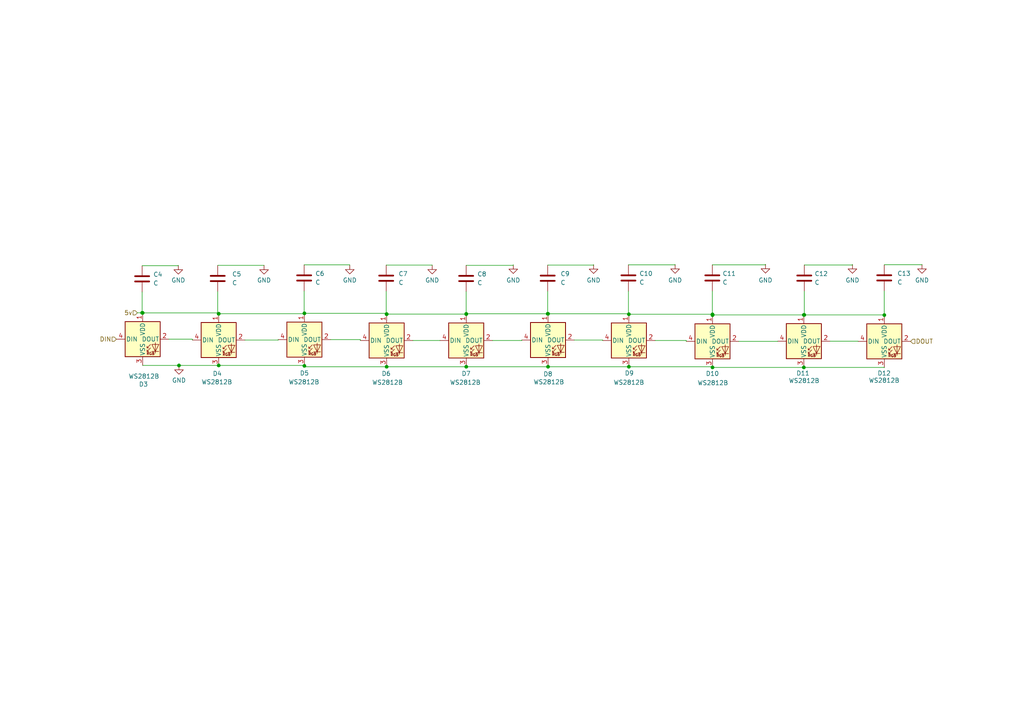
<source format=kicad_sch>
(kicad_sch (version 20230121) (generator eeschema)
  (paper "A4")
  (lib_symbols
    (symbol "Device:C" (pin_numbers hide) (pin_names (offset 0.254))
      (property "Reference" "C" (at 0.635 2.54 0))
      (property "Value" "C" (at 0.635 -2.54 0))
      (symbol "C_0_1"
        (polyline (pts (xy -2.032 -0.762) (xy 2.032 -0.762)) (stroke (width 0.508)))
        (polyline (pts (xy -2.032 0.762) (xy 2.032 0.762)) (stroke (width 0.508)))
      )
      (symbol "C_1_1"
        (pin passive line (at 0 3.81 270) (length 2.794) (name "~") (number "1"))
        (pin passive line (at 0 -3.81 90) (length 2.794) (name "~") (number "2"))
      )
    )
    (symbol "LED:WS2812B" (pin_names (offset 0.254))
      (property "Reference" "D" (at 5.08 5.715 0))
      (property "Value" "WS2812B" (at 1.27 -5.715 0))
      (symbol "WS2812B_0_0"
        (text "RGB" (at 2.286 -4.191 0) (effects (font (size 0.762 0.762))))
      )
      (symbol "WS2812B_0_1"
        (polyline (pts (xy 1.27 -3.556) (xy 1.778 -3.556)))
        (polyline (pts (xy 1.27 -2.54) (xy 1.778 -2.54)))
        (polyline (pts (xy 4.699 -3.556) (xy 2.667 -3.556)))
        (polyline (pts (xy 2.286 -2.54) (xy 1.27 -3.556) (xy 1.27 -3.048)))
        (polyline (pts (xy 2.286 -1.524) (xy 1.27 -2.54) (xy 1.27 -2.032)))
        (polyline (pts (xy 3.683 -1.016) (xy 3.683 -3.556) (xy 3.683 -4.064)))
        (polyline (pts (xy 4.699 -1.524) (xy 2.667 -1.524) (xy 3.683 -3.556) (xy 4.699 -1.524)))
        (rectangle (start 5.08 5.08) (end -5.08 -5.08) (stroke (width 0.254)) (fill (type background)))
      )
      (symbol "WS2812B_1_1"
        (pin power_in line (at 0 7.62 270) (length 2.54) (name "VDD") (number "1"))
        (pin output line (at 7.62 0 180) (length 2.54) (name "DOUT") (number "2"))
        (pin power_in line (at 0 -7.62 90) (length 2.54) (name "VSS") (number "3"))
        (pin input line (at -7.62 0 0) (length 2.54) (name "DIN") (number "4"))
      )
    )
    (symbol "power:GND" (power) (pin_names (offset 0))
      (property "Value" "GND" (at 0 -3.81 0))
      (symbol "GND_0_1"
        (polyline (pts (xy 0 0) (xy 0 -1.27) (xy 1.27 -1.27) (xy 0 -2.54) (xy -1.27 -1.27) (xy 0 -1.27)))
      )
      (symbol "GND_1_1"
        (pin power_in line (at 0 0 270) (length 0) hide (name "GND") (number "1"))
      )
    )
  )
  (junction (at 135.2296 106.3752))
  (junction (at 63.4238 105.9942))
  (junction (at 158.9532 106.3752))
  (junction (at 135.2296 91.0429))
  (junction (at 112.141 91.0987))
  (junction (at 182.3974 106.3752))
  (junction (at 158.8516 91.0082))
  (junction (at 63.4238 90.9913))
  (junction (at 182.3974 91.1352))
  (junction (at 41.2242 90.7288))
  (junction (at 135.2296 91.0987))
  (junction (at 112.141 106.3752))
  (junction (at 51.909 105.9942))
  (junction (at 233.2736 91.3384))
  (junction (at 233.1466 91.3384))
  (junction (at 41.3766 90.7542))
  (junction (at 256.4892 91.3892))
  (junction (at 206.6544 91.1921))
  (junction (at 63.4238 91.0082))
  (junction (at 206.6544 91.3892))
  (junction (at 112.141 91.1155))
  (junction (at 158.9532 91.0082))
  (junction (at 88.2904 90.8812))
  (junction (at 88.2904 106.1212))
  (junction (at 233.1466 106.5691))
  (junction (at 206.6798 91.3384))
  (junction (at 206.6544 106.5691))
  (wire (pts (xy 256.4892 91.3384) (xy 256.4892 91.3892)))
  (wire (pts (xy 41.3766 90.7542) (xy 63.4238 90.7542)))
  (wire (pts (xy 112.141 90.8812) (xy 112.141 91.0987)))
  (wire (pts (xy 166.5732 98.6282) (xy 174.7774 98.6282)))
  (wire (pts (xy 88.2904 90.8812) (xy 112.141 90.8812)))
  (wire (pts (xy 233.1466 106.5691) (xy 233.1466 106.5784)))
  (wire (pts (xy 55.8038 98.3742) (xy 55.8038 98.6282)))
  (wire (pts (xy 112.141 91.1155) (xy 112.141 91.1352)))
  (wire (pts (xy 71.0438 98.6282) (xy 80.6704 98.6282)))
  (wire (pts (xy 63.4238 90.9913) (xy 63.4238 91.0082)))
  (wire (pts (xy 148.8694 76.962) (xy 148.8694 76.7842)))
  (wire (pts (xy 41.2242 90.7288) (xy 41.2242 90.7542)))
  (wire (pts (xy 135.2042 76.962) (xy 148.8694 76.962)))
  (wire (pts (xy 41.2242 90.7288) (xy 41.2242 84.6836)))
  (wire (pts (xy 247.2436 76.8604) (xy 247.2436 76.7334)))
  (wire (pts (xy 206.6544 106.3752) (xy 206.6544 106.5691)))
  (wire (pts (xy 135.2296 106.3752) (xy 158.9532 106.3752)))
  (wire (pts (xy 158.8516 76.8858) (xy 172.1612 76.8858)))
  (wire (pts (xy 267.4112 76.7842) (xy 267.4112 76.7334)))
  (wire (pts (xy 135.2296 91.0082) (xy 158.8516 91.0082)))
  (wire (pts (xy 63.4238 90.7542) (xy 63.4238 90.9913)))
  (wire (pts (xy 88.2904 90.9913) (xy 88.2904 90.8812)))
  (wire (pts (xy 206.6544 106.5691) (xy 206.6544 106.6292)))
  (wire (pts (xy 222.0214 76.8096) (xy 222.0214 76.6826)))
  (wire (pts (xy 233.2736 76.8604) (xy 247.2436 76.8604)))
  (wire (pts (xy 51.7144 77.0636) (xy 51.7144 76.962)))
  (wire (pts (xy 158.9532 106.3752) (xy 158.9532 106.2482)))
  (wire (pts (xy 206.6544 91.1921) (xy 206.6544 91.3892)))
  (wire (pts (xy 182.3974 106.3752) (xy 206.6544 106.3752)))
  (wire (pts (xy 256.4638 91.3892) (xy 256.4892 91.3892)))
  (wire (pts (xy 88.2904 105.9942) (xy 88.2904 106.1212)))
  (wire (pts (xy 195.8086 76.8096) (xy 195.8086 76.7334)))
  (wire (pts (xy 135.2042 91.0429) (xy 135.2296 91.0429)))
  (wire (pts (xy 151.3332 98.7552) (xy 151.3332 98.6282)))
  (wire (pts (xy 182.3974 91.0082) (xy 182.3974 91.1352)))
  (wire (pts (xy 142.8496 98.7552) (xy 151.3332 98.7552)))
  (wire (pts (xy 256.4892 106.5691) (xy 256.4892 106.6292)))
  (wire (pts (xy 206.6036 91.1921) (xy 206.6544 91.1921)))
  (wire (pts (xy 104.521 98.5012) (xy 104.521 98.7552)))
  (wire (pts (xy 182.2704 76.8096) (xy 195.8086 76.8096)))
  (wire (pts (xy 112.141 91.0987) (xy 112.141 91.1155)))
  (wire (pts (xy 41.2242 90.7542) (xy 41.3766 90.7542)))
  (wire (pts (xy 88.2142 90.8812) (xy 88.2904 90.8812)))
  (wire (pts (xy 119.761 98.7552) (xy 127.6096 98.7552)))
  (wire (pts (xy 174.7774 98.6282) (xy 174.7774 98.7552)))
  (wire (pts (xy 112.014 84.5058) (xy 112.014 91.1155)))
  (wire (pts (xy 41.2242 77.0636) (xy 51.7144 77.0636)))
  (wire (pts (xy 88.2904 106.3752) (xy 112.141 106.3752)))
  (wire (pts (xy 206.6036 76.8096) (xy 222.0214 76.8096)))
  (wire (pts (xy 63.1444 84.582) (xy 63.1444 91.0082)))
  (wire (pts (xy 206.6798 91.3384) (xy 206.6798 91.6432)))
  (wire (pts (xy 214.2744 99.0092) (xy 225.5266 99.0092)))
  (wire (pts (xy 206.6544 106.5691) (xy 233.1466 106.5691)))
  (wire (pts (xy 225.5266 99.0092) (xy 225.5266 98.9584)))
  (wire (pts (xy 135.2296 91.0987) (xy 135.2296 91.0429)))
  (wire (pts (xy 199.0344 98.7552) (xy 199.0344 99.0092)))
  (wire (pts (xy 95.9104 98.5012) (xy 104.521 98.5012)))
  (wire (pts (xy 240.7666 98.9584) (xy 248.8692 98.9584)))
  (wire (pts (xy 112.014 91.1155) (xy 112.141 91.1155)))
  (wire (pts (xy 233.1466 91.3384) (xy 233.2736 91.3384)))
  (wire (pts (xy 112.141 106.3752) (xy 135.2296 106.3752)))
  (wire (pts (xy 158.9532 106.3752) (xy 182.3974 106.3752)))
  (wire (pts (xy 88.2904 106.1212) (xy 88.2904 106.3752)))
  (wire (pts (xy 39.8526 90.7288) (xy 41.2242 90.7288)))
  (wire (pts (xy 125.349 76.8858) (xy 125.349 76.9112)))
  (wire (pts (xy 80.6704 98.6282) (xy 80.6704 98.5012)))
  (wire (pts (xy 63.1444 76.962) (xy 76.581 76.962)))
  (wire (pts (xy 101.4476 76.8096) (xy 101.4476 76.9112)))
  (wire (pts (xy 256.4638 76.7842) (xy 267.4112 76.7842)))
  (wire (pts (xy 233.2736 84.4804) (xy 233.2736 91.3384)))
  (wire (pts (xy 190.0174 98.7552) (xy 199.0344 98.7552)))
  (wire (pts (xy 182.2704 91.1352) (xy 182.3974 91.1352)))
  (wire (pts (xy 233.1466 106.5691) (xy 256.4892 106.5691)))
  (wire (pts (xy 206.6798 91.186) (xy 206.6798 91.3384)))
  (wire (pts (xy 206.6036 84.4296) (xy 206.6036 91.1921)))
  (wire (pts (xy 48.9966 98.3742) (xy 55.8038 98.3742)))
  (wire (pts (xy 41.3766 105.9942) (xy 51.909 105.9942)))
  (wire (pts (xy 158.8516 84.5058) (xy 158.8516 91.0082)))
  (wire (pts (xy 206.6544 91.1352) (xy 206.6544 91.1921)))
  (wire (pts (xy 63.4238 105.9942) (xy 88.2904 105.9942)))
  (wire (pts (xy 172.1612 76.8858) (xy 172.1612 76.7842)))
  (wire (pts (xy 63.4238 105.9942) (xy 63.4238 106.2482)))
  (wire (pts (xy 158.8516 91.0082) (xy 158.9532 91.0082)))
  (wire (pts (xy 88.2142 76.8096) (xy 101.4476 76.8096)))
  (wire (pts (xy 63.1444 91.0082) (xy 63.4238 91.0082)))
  (wire (pts (xy 182.3974 91.1352) (xy 206.6544 91.1352)))
  (wire (pts (xy 182.2704 84.4296) (xy 182.2704 91.1352)))
  (wire (pts (xy 206.6798 91.6432) (xy 206.6544 91.6432)))
  (wire (pts (xy 63.4238 90.9913) (xy 88.2904 90.9913)))
  (wire (pts (xy 112.141 91.0987) (xy 135.2296 91.0987)))
  (wire (pts (xy 206.6798 91.3384) (xy 233.1466 91.3384)))
  (wire (pts (xy 135.2042 84.582) (xy 135.2042 91.0429)))
  (wire (pts (xy 88.2142 84.4296) (xy 88.2142 90.8812)))
  (wire (pts (xy 256.4638 84.4042) (xy 256.4638 91.3892)))
  (wire (pts (xy 248.8692 98.9584) (xy 248.8692 99.0092)))
  (wire (pts (xy 135.2296 91.0987) (xy 135.2296 91.1352)))
  (wire (pts (xy 158.9532 91.0082) (xy 182.3974 91.0082)))
  (wire (pts (xy 135.2296 91.0429) (xy 135.2296 91.0082)))
  (wire (pts (xy 206.6544 91.3892) (xy 206.6544 91.6432)))
  (wire (pts (xy 112.014 76.8858) (xy 125.349 76.8858)))
  (wire (pts (xy 233.2736 91.3384) (xy 256.4892 91.3384)))
  (wire (pts (xy 51.909 105.9942) (xy 63.4238 105.9942)))
  (hierarchical_label "DOUT" (shape input) (at 264.1092 99.0092 0))
  (hierarchical_label "DIN" (shape input) (at 33.7566 98.3742 180))
  (hierarchical_label "5v" (shape input) (at 39.8526 90.7288 180))
  (symbol (lib_id "LED:WS2812B") (at 112.141 98.7552 0) (unit 1)
    (property "Reference" "D6" (at 112.014 108.3564 0))
    (property "Value" "WS2812B" (at 112.395 110.9218 0))
    (property "Footprint" "LED_SMD:LED_WS2812B_PLCC4_5.0x5.0mm_P3.2mm" (effects hide))
    (property "Datasheet" "https://cdn-shop.adafruit.com/datasheets/WS2812B.pdf" (effects hide))
    (instances (project "Barra de luz" (path "" (reference "D6") (unit 1)) (path "" (reference "D6") (unit 1)) (path "" (reference "D16") (unit 1)) (path "" (reference "D26") (unit 1)) (path "" (reference "D36") (unit 1)) (path "" (reference "D46") (unit 1)) (path "" (reference "D56") (unit 1))))
  )
  (symbol (lib_id "LED:WS2812B") (at 41.3766 98.3742 0) (unit 1)
    (property "Reference" "D3" (at 41.6052 111.4552 0))
    (property "Value" "WS2812B" (at 41.7322 109.1438 0))
    (property "Footprint" "LED_SMD:LED_WS2812B_PLCC4_5.0x5.0mm_P3.2mm" (effects hide))
    (property "Datasheet" "https://cdn-shop.adafruit.com/datasheets/WS2812B.pdf" (effects hide))
    (instances (project "Barra de luz" (path "" (reference "D3") (unit 1)) (path "" (reference "D3") (unit 1)) (path "" (reference "D13") (unit 1)) (path "" (reference "D23") (unit 1)) (path "" (reference "D33") (unit 1)) (path "" (reference "D43") (unit 1)) (path "" (reference "D53") (unit 1))))
  )
  (symbol (lib_id "power:GND") (at 222.0214 76.6826 0) (unit 1)
    (property "Reference" "#PWR017" (effects hide))
    (property "Value" "GND" (at 222.0214 81.28 0))
    (instances (project "Barra de luz" (path "" (reference "#PWR017") (unit 1)) (path "" (reference "#PWR028") (unit 1)) (path "" (reference "#PWR039") (unit 1)) (path "" (reference "#PWR050") (unit 1)) (path "" (reference "#PWR061") (unit 1)) (path "" (reference "#PWR072") (unit 1))))
  )
  (symbol (lib_id "power:GND") (at 51.909 105.9942 0) (unit 1)
    (property "Reference" "#PWR010" (effects hide))
    (property "Value" "GND" (at 51.909 110.3122 0))
    (instances (project "Barra de luz" (path "" (reference "#PWR010") (unit 1)) (path "" (reference "#PWR021") (unit 1)) (path "" (reference "#PWR032") (unit 1)) (path "" (reference "#PWR043") (unit 1)) (path "" (reference "#PWR054") (unit 1)) (path "" (reference "#PWR065") (unit 1))))
  )
  (symbol (lib_id "power:GND") (at 148.8694 76.7842 0) (unit 1)
    (property "Reference" "#PWR014" (effects hide))
    (property "Value" "GND" (at 148.8694 81.28 0))
    (instances (project "Barra de luz" (path "" (reference "#PWR014") (unit 1)) (path "" (reference "#PWR025") (unit 1)) (path "" (reference "#PWR036") (unit 1)) (path "" (reference "#PWR047") (unit 1)) (path "" (reference "#PWR058") (unit 1)) (path "" (reference "#PWR069") (unit 1))))
  )
  (symbol (lib_id "LED:WS2812B") (at 206.6544 99.0092 0) (unit 1)
    (property "Reference" "D10" (at 206.629 108.3564 0))
    (property "Value" "WS2812B" (at 206.756 111.0488 0))
    (property "Footprint" "LED_SMD:LED_WS2812B_PLCC4_5.0x5.0mm_P3.2mm" (effects hide))
    (property "Datasheet" "https://cdn-shop.adafruit.com/datasheets/WS2812B.pdf" (effects hide))
    (instances (project "Barra de luz" (path "" (reference "D10") (unit 1)) (path "" (reference "D10") (unit 1)) (path "" (reference "D20") (unit 1)) (path "" (reference "D30") (unit 1)) (path "" (reference "D40") (unit 1)) (path "" (reference "D50") (unit 1)) (path "" (reference "D60") (unit 1))))
  )
  (symbol (lib_id "LED:WS2812B") (at 256.4892 99.0092 0) (unit 1)
    (property "Reference" "D12" (at 256.4384 108.2548 0))
    (property "Value" "WS2812B" (at 256.4384 110.3376 0))
    (property "Footprint" "LED_SMD:LED_WS2812B_PLCC4_5.0x5.0mm_P3.2mm" (effects hide))
    (property "Datasheet" "https://cdn-shop.adafruit.com/datasheets/WS2812B.pdf" (effects hide))
    (instances (project "Barra de luz" (path "" (reference "D12") (unit 1)) (path "" (reference "D12") (unit 1)) (path "" (reference "D22") (unit 1)) (path "" (reference "D32") (unit 1)) (path "" (reference "D42") (unit 1)) (path "" (reference "D52") (unit 1)) (path "" (reference "D62") (unit 1))))
  )
  (symbol (lib_id "LED:WS2812B") (at 182.3974 98.7552 0) (unit 1)
    (property "Reference" "D9" (at 182.5244 108.2294 0))
    (property "Value" "WS2812B" (at 182.3974 110.9218 0))
    (property "Footprint" "LED_SMD:LED_WS2812B_PLCC4_5.0x5.0mm_P3.2mm" (effects hide))
    (property "Datasheet" "https://cdn-shop.adafruit.com/datasheets/WS2812B.pdf" (effects hide))
    (instances (project "Barra de luz" (path "" (reference "D9") (unit 1)) (path "" (reference "D9") (unit 1)) (path "" (reference "D19") (unit 1)) (path "" (reference "D29") (unit 1)) (path "" (reference "D39") (unit 1)) (path "" (reference "D49") (unit 1)) (path "" (reference "D59") (unit 1))))
  )
  (symbol (lib_id "LED:WS2812B") (at 233.1466 98.9584 0) (unit 1)
    (property "Reference" "D11" (at 232.8926 108.2548 0))
    (property "Value" "WS2812B" (at 233.2228 110.4138 0))
    (property "Footprint" "LED_SMD:LED_WS2812B_PLCC4_5.0x5.0mm_P3.2mm" (effects hide))
    (property "Datasheet" "https://cdn-shop.adafruit.com/datasheets/WS2812B.pdf" (effects hide))
    (instances (project "Barra de luz" (path "" (reference "D11") (unit 1)) (path "" (reference "D11") (unit 1)) (path "" (reference "D21") (unit 1)) (path "" (reference "D31") (unit 1)) (path "" (reference "D41") (unit 1)) (path "" (reference "D51") (unit 1)) (path "" (reference "D61") (unit 1))))
  )
  (symbol (lib_id "power:GND") (at 51.7144 76.962 0) (unit 1)
    (property "Reference" "#PWR09" (effects hide))
    (property "Value" "GND" (at 51.7144 81.28 0))
    (instances (project "Barra de luz" (path "" (reference "#PWR09") (unit 1)) (path "" (reference "#PWR020") (unit 1)) (path "" (reference "#PWR031") (unit 1)) (path "" (reference "#PWR042") (unit 1)) (path "" (reference "#PWR053") (unit 1)) (path "" (reference "#PWR064") (unit 1))))
  )
  (symbol (lib_id "power:GND") (at 267.4112 76.7334 0) (unit 1)
    (property "Reference" "#PWR019" (effects hide))
    (property "Value" "GND" (at 267.4112 81.28 0))
    (instances (project "Barra de luz" (path "" (reference "#PWR019") (unit 1)) (path "" (reference "#PWR030") (unit 1)) (path "" (reference "#PWR041") (unit 1)) (path "" (reference "#PWR052") (unit 1)) (path "" (reference "#PWR063") (unit 1)) (path "" (reference "#PWR074") (unit 1))))
  )
  (symbol (lib_id "power:GND") (at 195.8086 76.7334 0) (unit 1)
    (property "Reference" "#PWR016" (effects hide))
    (property "Value" "GND" (at 195.8086 81.28 0))
    (instances (project "Barra de luz" (path "" (reference "#PWR016") (unit 1)) (path "" (reference "#PWR027") (unit 1)) (path "" (reference "#PWR038") (unit 1)) (path "" (reference "#PWR049") (unit 1)) (path "" (reference "#PWR060") (unit 1)) (path "" (reference "#PWR071") (unit 1))))
  )
  (symbol (lib_id "Device:C") (at 135.2042 80.772 180) (unit 1)
    (property "Reference" "C8" (at 138.43 79.502 0) (effects (justify right)))
    (property "Value" "C" (at 138.43 82.042 0) (effects (justify right)))
    (property "Footprint" "Capacitor_SMD:C_0603_1608Metric_Pad1.08x0.95mm_HandSolder" (effects hide))
    (instances (project "Barra de luz" (path "" (reference "C8") (unit 1)) (path "" (reference "C18") (unit 1)) (path "" (reference "C28") (unit 1)) (path "" (reference "C38") (unit 1)) (path "" (reference "C48") (unit 1)) (path "" (reference "C58") (unit 1))))
  )
  (symbol (lib_id "power:GND") (at 247.2436 76.7334 0) (unit 1)
    (property "Reference" "#PWR018" (effects hide))
    (property "Value" "GND" (at 247.2436 81.28 0))
    (instances (project "Barra de luz" (path "" (reference "#PWR018") (unit 1)) (path "" (reference "#PWR029") (unit 1)) (path "" (reference "#PWR040") (unit 1)) (path "" (reference "#PWR051") (unit 1)) (path "" (reference "#PWR062") (unit 1)) (path "" (reference "#PWR073") (unit 1))))
  )
  (symbol (lib_id "Device:C") (at 182.2704 80.6196 180) (unit 1)
    (property "Reference" "C10" (at 185.42 79.3496 0) (effects (justify right)))
    (property "Value" "C" (at 185.42 81.8896 0) (effects (justify right)))
    (property "Footprint" "Capacitor_SMD:C_0603_1608Metric_Pad1.08x0.95mm_HandSolder" (effects hide))
    (instances (project "Barra de luz" (path "" (reference "C10") (unit 1)) (path "" (reference "C20") (unit 1)) (path "" (reference "C30") (unit 1)) (path "" (reference "C40") (unit 1)) (path "" (reference "C50") (unit 1)) (path "" (reference "C60") (unit 1))))
  )
  (symbol (lib_id "LED:WS2812B") (at 88.2904 98.5012 0) (unit 1)
    (property "Reference" "D5" (at 88.2904 108.2294 0))
    (property "Value" "WS2812B" (at 88.1634 110.7948 0))
    (property "Footprint" "LED_SMD:LED_WS2812B_PLCC4_5.0x5.0mm_P3.2mm" (effects hide))
    (property "Datasheet" "https://cdn-shop.adafruit.com/datasheets/WS2812B.pdf" (effects hide))
    (instances (project "Barra de luz" (path "" (reference "D5") (unit 1)) (path "" (reference "D5") (unit 1)) (path "" (reference "D15") (unit 1)) (path "" (reference "D25") (unit 1)) (path "" (reference "D35") (unit 1)) (path "" (reference "D45") (unit 1)) (path "" (reference "D55") (unit 1))))
  )
  (symbol (lib_id "power:GND") (at 125.349 76.9112 0) (unit 1)
    (property "Reference" "#PWR013" (effects hide))
    (property "Value" "GND" (at 125.349 81.28 0))
    (instances (project "Barra de luz" (path "" (reference "#PWR013") (unit 1)) (path "" (reference "#PWR024") (unit 1)) (path "" (reference "#PWR035") (unit 1)) (path "" (reference "#PWR046") (unit 1)) (path "" (reference "#PWR057") (unit 1)) (path "" (reference "#PWR068") (unit 1))))
  )
  (symbol (lib_id "Device:C") (at 233.2736 80.6704 180) (unit 1)
    (property "Reference" "C12" (at 236.2454 79.4004 0) (effects (justify right)))
    (property "Value" "C" (at 236.2454 81.9404 0) (effects (justify right)))
    (property "Footprint" "Capacitor_SMD:C_0603_1608Metric_Pad1.08x0.95mm_HandSolder" (effects hide))
    (instances (project "Barra de luz" (path "" (reference "C12") (unit 1)) (path "" (reference "C22") (unit 1)) (path "" (reference "C32") (unit 1)) (path "" (reference "C42") (unit 1)) (path "" (reference "C52") (unit 1)) (path "" (reference "C62") (unit 1))))
  )
  (symbol (lib_id "Device:C") (at 41.2242 80.8736 0) (unit 1)
    (property "Reference" "C4" (at 44.45 79.6036 0) (effects (justify left)))
    (property "Value" "C" (at 44.45 82.1436 0) (effects (justify left)))
    (property "Footprint" "Capacitor_SMD:C_0603_1608Metric_Pad1.08x0.95mm_HandSolder" (effects hide))
    (instances (project "Barra de luz" (path "" (reference "C4") (unit 1)) (path "" (reference "C14") (unit 1)) (path "" (reference "C24") (unit 1)) (path "" (reference "C34") (unit 1)) (path "" (reference "C44") (unit 1)) (path "" (reference "C54") (unit 1))))
  )
  (symbol (lib_id "Device:C") (at 112.014 80.6958 180) (unit 1)
    (property "Reference" "C7" (at 115.57 79.4258 0) (effects (justify right)))
    (property "Value" "C" (at 115.57 81.9658 0) (effects (justify right)))
    (property "Footprint" "Capacitor_SMD:C_0603_1608Metric_Pad1.08x0.95mm_HandSolder" (effects hide))
    (instances (project "Barra de luz" (path "" (reference "C7") (unit 1)) (path "" (reference "C17") (unit 1)) (path "" (reference "C27") (unit 1)) (path "" (reference "C37") (unit 1)) (path "" (reference "C47") (unit 1)) (path "" (reference "C57") (unit 1))))
  )
  (symbol (lib_id "Device:C") (at 206.6036 80.6196 180) (unit 1)
    (property "Reference" "C11" (at 209.55 79.3496 0) (effects (justify right)))
    (property "Value" "C" (at 209.55 81.8896 0) (effects (justify right)))
    (property "Footprint" "Capacitor_SMD:C_0603_1608Metric_Pad1.08x0.95mm_HandSolder" (effects hide))
    (instances (project "Barra de luz" (path "" (reference "C11") (unit 1)) (path "" (reference "C21") (unit 1)) (path "" (reference "C31") (unit 1)) (path "" (reference "C41") (unit 1)) (path "" (reference "C51") (unit 1)) (path "" (reference "C61") (unit 1))))
  )
  (symbol (lib_id "power:GND") (at 101.4476 76.9112 0) (unit 1)
    (property "Reference" "#PWR012" (effects hide))
    (property "Value" "GND" (at 101.4476 81.28 0))
    (instances (project "Barra de luz" (path "" (reference "#PWR012") (unit 1)) (path "" (reference "#PWR023") (unit 1)) (path "" (reference "#PWR034") (unit 1)) (path "" (reference "#PWR045") (unit 1)) (path "" (reference "#PWR056") (unit 1)) (path "" (reference "#PWR067") (unit 1))))
  )
  (symbol (lib_id "LED:WS2812B") (at 63.4238 98.6282 0) (unit 1)
    (property "Reference" "D4" (at 63.0174 108.3564 0))
    (property "Value" "WS2812B" (at 62.8904 110.7948 0))
    (property "Footprint" "LED_SMD:LED_WS2812B_PLCC4_5.0x5.0mm_P3.2mm" (effects hide))
    (property "Datasheet" "https://cdn-shop.adafruit.com/datasheets/WS2812B.pdf" (effects hide))
    (instances (project "Barra de luz" (path "" (reference "D4") (unit 1)) (path "" (reference "D4") (unit 1)) (path "" (reference "D14") (unit 1)) (path "" (reference "D24") (unit 1)) (path "" (reference "D34") (unit 1)) (path "" (reference "D44") (unit 1)) (path "" (reference "D54") (unit 1))))
  )
  (symbol (lib_id "Device:C") (at 63.1444 80.772 180) (unit 1)
    (property "Reference" "C5" (at 67.31 79.502 0) (effects (justify right)))
    (property "Value" "C" (at 67.31 82.042 0) (effects (justify right)))
    (property "Footprint" "Capacitor_SMD:C_0603_1608Metric_Pad1.08x0.95mm_HandSolder" (effects hide))
    (instances (project "Barra de luz" (path "" (reference "C5") (unit 1)) (path "" (reference "C15") (unit 1)) (path "" (reference "C25") (unit 1)) (path "" (reference "C35") (unit 1)) (path "" (reference "C45") (unit 1)) (path "" (reference "C55") (unit 1))))
  )
  (symbol (lib_id "LED:WS2812B") (at 158.9532 98.6282 0) (unit 1)
    (property "Reference" "D8" (at 158.9278 108.4834 0))
    (property "Value" "WS2812B" (at 159.1818 110.7948 0))
    (property "Footprint" "LED_SMD:LED_WS2812B_PLCC4_5.0x5.0mm_P3.2mm" (effects hide))
    (property "Datasheet" "https://cdn-shop.adafruit.com/datasheets/WS2812B.pdf" (effects hide))
    (instances (project "Barra de luz" (path "" (reference "D8") (unit 1)) (path "" (reference "D8") (unit 1)) (path "" (reference "D18") (unit 1)) (path "" (reference "D28") (unit 1)) (path "" (reference "D38") (unit 1)) (path "" (reference "D48") (unit 1)) (path "" (reference "D58") (unit 1))))
  )
  (symbol (lib_id "power:GND") (at 76.581 76.962 0) (unit 1)
    (property "Reference" "#PWR011" (effects hide))
    (property "Value" "GND" (at 76.581 81.28 0))
    (instances (project "Barra de luz" (path "" (reference "#PWR011") (unit 1)) (path "" (reference "#PWR022") (unit 1)) (path "" (reference "#PWR033") (unit 1)) (path "" (reference "#PWR044") (unit 1)) (path "" (reference "#PWR055") (unit 1)) (path "" (reference "#PWR066") (unit 1))))
  )
  (symbol (lib_id "power:GND") (at 172.1612 76.7842 0) (unit 1)
    (property "Reference" "#PWR015" (effects hide))
    (property "Value" "GND" (at 172.1612 81.28 0))
    (instances (project "Barra de luz" (path "" (reference "#PWR015") (unit 1)) (path "" (reference "#PWR026") (unit 1)) (path "" (reference "#PWR037") (unit 1)) (path "" (reference "#PWR048") (unit 1)) (path "" (reference "#PWR059") (unit 1)) (path "" (reference "#PWR070") (unit 1))))
  )
  (symbol (lib_id "Device:C") (at 88.2142 80.6196 180) (unit 1)
    (property "Reference" "C6" (at 91.44 79.3496 0) (effects (justify right)))
    (property "Value" "C" (at 91.44 81.8896 0) (effects (justify right)))
    (property "Footprint" "Capacitor_SMD:C_0603_1608Metric_Pad1.08x0.95mm_HandSolder" (effects hide))
    (instances (project "Barra de luz" (path "" (reference "C6") (unit 1)) (path "" (reference "C16") (unit 1)) (path "" (reference "C26") (unit 1)) (path "" (reference "C36") (unit 1)) (path "" (reference "C46") (unit 1)) (path "" (reference "C56") (unit 1))))
  )
  (symbol (lib_id "LED:WS2812B") (at 135.2296 98.7552 0) (unit 1)
    (property "Reference" "D7" (at 135.2042 108.3564 0))
    (property "Value" "WS2812B" (at 134.9502 110.9218 0))
    (property "Footprint" "LED_SMD:LED_WS2812B_PLCC4_5.0x5.0mm_P3.2mm" (effects hide))
    (property "Datasheet" "https://cdn-shop.adafruit.com/datasheets/WS2812B.pdf" (effects hide))
    (instances (project "Barra de luz" (path "" (reference "D7") (unit 1)) (path "" (reference "D7") (unit 1)) (path "" (reference "D17") (unit 1)) (path "" (reference "D27") (unit 1)) (path "" (reference "D37") (unit 1)) (path "" (reference "D47") (unit 1)) (path "" (reference "D57") (unit 1))))
  )
  (symbol (lib_id "Device:C") (at 158.8516 80.6958 180) (unit 1)
    (property "Reference" "C9" (at 162.56 79.4258 0) (effects (justify right)))
    (property "Value" "C" (at 162.56 81.9658 0) (effects (justify right)))
    (property "Footprint" "Capacitor_SMD:C_0603_1608Metric_Pad1.08x0.95mm_HandSolder" (effects hide))
    (instances (project "Barra de luz" (path "" (reference "C9") (unit 1)) (path "" (reference "C19") (unit 1)) (path "" (reference "C29") (unit 1)) (path "" (reference "C39") (unit 1)) (path "" (reference "C49") (unit 1)) (path "" (reference "C59") (unit 1))))
  )
  (symbol (lib_id "Device:C") (at 256.4638 80.5942 0) (unit 1)
    (property "Reference" "C13" (at 260.2484 79.3242 0) (effects (justify left)))
    (property "Value" "C" (at 260.2484 81.8642 0) (effects (justify left)))
    (property "Footprint" "Capacitor_SMD:C_0603_1608Metric_Pad1.08x0.95mm_HandSolder" (effects hide))
    (instances (project "Barra de luz" (path "" (reference "C13") (unit 1)) (path "" (reference "C23") (unit 1)) (path "" (reference "C33") (unit 1)) (path "" (reference "C43") (unit 1)) (path "" (reference "C53") (unit 1)) (path "" (reference "C63") (unit 1))))
  )
)
</source>
